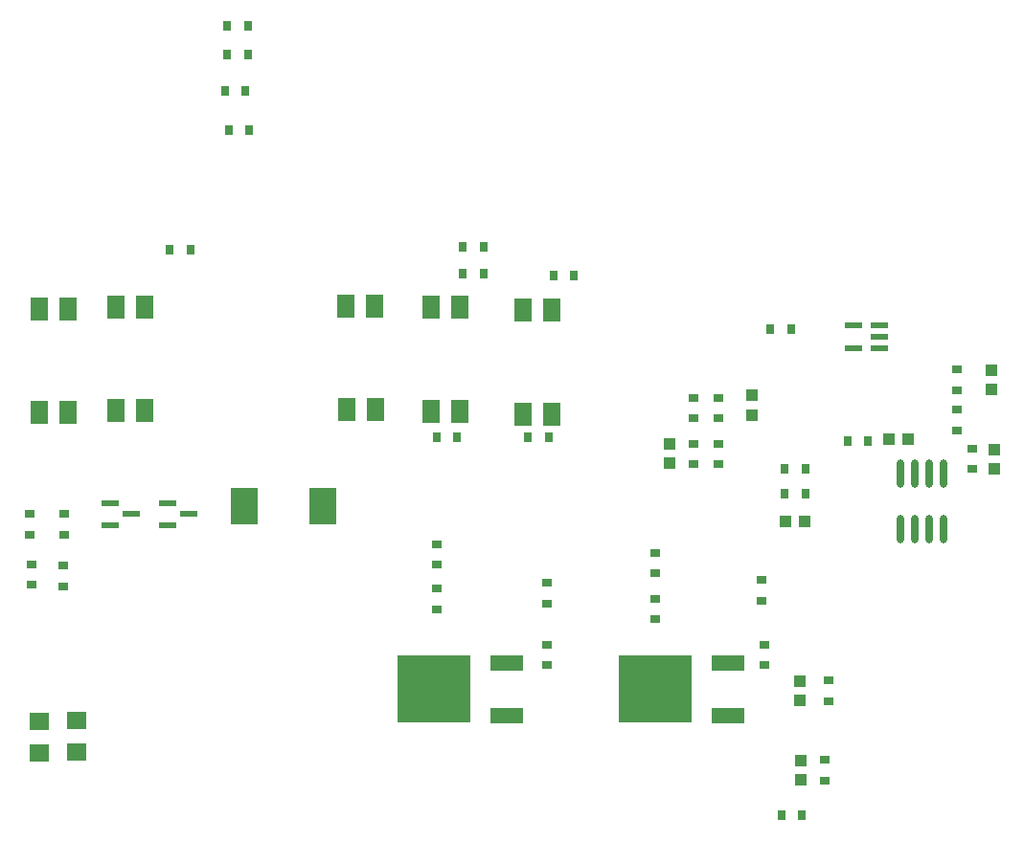
<source format=gtp>
G04*
G04 #@! TF.GenerationSoftware,Altium Limited,Altium Designer,18.0.12 (696)*
G04*
G04 Layer_Color=8421504*
%FSLAX25Y25*%
%MOIN*%
G70*
G01*
G75*
%ADD15R,0.03740X0.03150*%
%ADD16O,0.02756X0.09843*%
%ADD17R,0.09449X0.12992*%
%ADD18R,0.06102X0.02165*%
%ADD19R,0.07087X0.06299*%
%ADD20R,0.03937X0.04331*%
%ADD21R,0.04331X0.03937*%
%ADD22R,0.03150X0.03740*%
%ADD23R,0.11811X0.05512*%
%ADD24R,0.25591X0.23622*%
%ADD25R,0.05906X0.08000*%
D15*
X334364Y33657D02*
D03*
Y40743D02*
D03*
X282883Y-74743D02*
D03*
Y-67657D02*
D03*
X284136Y-47043D02*
D03*
Y-39957D02*
D03*
X328736Y61257D02*
D03*
Y68343D02*
D03*
X237264Y58543D02*
D03*
Y51457D02*
D03*
X223736Y-18543D02*
D03*
Y-11457D02*
D03*
Y-2543D02*
D03*
Y4543D02*
D03*
X328736Y47257D02*
D03*
Y54343D02*
D03*
X245736Y51457D02*
D03*
Y58543D02*
D03*
X186236Y-34543D02*
D03*
Y-27457D02*
D03*
Y-13043D02*
D03*
Y-5957D02*
D03*
X6736Y-6543D02*
D03*
Y543D02*
D03*
X6236Y10957D02*
D03*
Y18043D02*
D03*
X261736Y-34543D02*
D03*
Y-27457D02*
D03*
X260736Y-12043D02*
D03*
Y-4957D02*
D03*
X237236Y35457D02*
D03*
Y42543D02*
D03*
X147736Y-15043D02*
D03*
Y-7957D02*
D03*
Y457D02*
D03*
Y7543D02*
D03*
X245764Y42543D02*
D03*
Y35457D02*
D03*
X18028Y47D02*
D03*
Y-7040D02*
D03*
X18264Y18043D02*
D03*
Y10957D02*
D03*
D16*
X309300Y12754D02*
D03*
X314300D02*
D03*
X319300D02*
D03*
X324300D02*
D03*
X309300Y32046D02*
D03*
X314300D02*
D03*
X319300D02*
D03*
X324300D02*
D03*
D17*
X80919Y20700D02*
D03*
X108281D02*
D03*
D18*
X292900Y83900D02*
D03*
Y75900D02*
D03*
X301900D02*
D03*
Y79900D02*
D03*
Y83900D02*
D03*
X34358Y21740D02*
D03*
Y14260D02*
D03*
X41642Y18000D02*
D03*
X61642D02*
D03*
X54358Y14260D02*
D03*
Y21740D02*
D03*
D19*
X9700Y-65212D02*
D03*
Y-54188D02*
D03*
X22500Y-65012D02*
D03*
Y-53988D02*
D03*
D20*
X340800Y61507D02*
D03*
Y68200D02*
D03*
X341900Y33754D02*
D03*
Y40446D02*
D03*
X274100Y-40154D02*
D03*
Y-46846D02*
D03*
X274600Y-67953D02*
D03*
Y-74647D02*
D03*
X257500Y52653D02*
D03*
Y59346D02*
D03*
X229000Y35654D02*
D03*
Y42347D02*
D03*
D21*
X305153Y44000D02*
D03*
X311846D02*
D03*
X269153Y15500D02*
D03*
X275847D02*
D03*
D22*
X267900Y-87000D02*
D03*
X274987D02*
D03*
X154887Y44700D02*
D03*
X147800D02*
D03*
X62043Y110236D02*
D03*
X54957D02*
D03*
X195543Y101236D02*
D03*
X188457D02*
D03*
X81143Y165636D02*
D03*
X74057D02*
D03*
X164043Y111236D02*
D03*
X156957D02*
D03*
X290900Y43600D02*
D03*
X297987D02*
D03*
X179700Y44700D02*
D03*
X186787D02*
D03*
X271043Y82536D02*
D03*
X263957D02*
D03*
X164043Y101736D02*
D03*
X156957D02*
D03*
X268957Y25264D02*
D03*
X276043D02*
D03*
X276043Y33736D02*
D03*
X268957D02*
D03*
X82043Y178236D02*
D03*
X74957D02*
D03*
X82043Y188236D02*
D03*
X74957D02*
D03*
X82543Y151736D02*
D03*
X75457D02*
D03*
D23*
X172114Y-52055D02*
D03*
Y-33945D02*
D03*
X249114D02*
D03*
Y-52055D02*
D03*
D24*
X146878Y-43000D02*
D03*
X223878D02*
D03*
D25*
X126347Y90495D02*
D03*
X116308D02*
D03*
X126387Y54393D02*
D03*
X116387D02*
D03*
X187847Y88995D02*
D03*
X177808D02*
D03*
X187887Y52893D02*
D03*
X177887D02*
D03*
X9653Y53505D02*
D03*
X19692D02*
D03*
X9613Y89607D02*
D03*
X19613D02*
D03*
X36153Y54005D02*
D03*
X46192D02*
D03*
X36113Y90107D02*
D03*
X46113D02*
D03*
X155847Y89995D02*
D03*
X145808D02*
D03*
X155887Y53893D02*
D03*
X145887D02*
D03*
M02*

</source>
